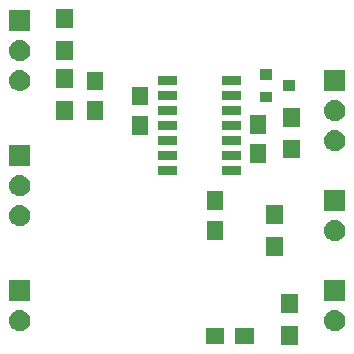
<source format=gbr>
G04 #@! TF.GenerationSoftware,KiCad,Pcbnew,(5.0.1-3-g963ef8bb5)*
G04 #@! TF.CreationDate,2019-01-23T22:51:25-05:00*
G04 #@! TF.ProjectId,WaterSpill,57617465725370696C6C2E6B69636164,rev?*
G04 #@! TF.SameCoordinates,Original*
G04 #@! TF.FileFunction,Soldermask,Bot*
G04 #@! TF.FilePolarity,Negative*
%FSLAX46Y46*%
G04 Gerber Fmt 4.6, Leading zero omitted, Abs format (unit mm)*
G04 Created by KiCad (PCBNEW (5.0.1-3-g963ef8bb5)) date Wednesday, January 23, 2019 at 10:51:25 pm*
%MOMM*%
%LPD*%
G01*
G04 APERTURE LIST*
%ADD10C,0.100000*%
G04 APERTURE END LIST*
D10*
G36*
X54041000Y-47791000D02*
X52639000Y-47791000D01*
X52639000Y-46189000D01*
X54041000Y-46189000D01*
X54041000Y-47791000D01*
X54041000Y-47791000D01*
G37*
G36*
X50311000Y-47666000D02*
X48709000Y-47666000D01*
X48709000Y-46314000D01*
X50311000Y-46314000D01*
X50311000Y-47666000D01*
X50311000Y-47666000D01*
G37*
G36*
X47811000Y-47666000D02*
X46209000Y-47666000D01*
X46209000Y-46314000D01*
X47811000Y-46314000D01*
X47811000Y-47666000D01*
X47811000Y-47666000D01*
G37*
G36*
X30590442Y-44825518D02*
X30656627Y-44832037D01*
X30769853Y-44866384D01*
X30826467Y-44883557D01*
X30965087Y-44957652D01*
X30982991Y-44967222D01*
X31018729Y-44996552D01*
X31120186Y-45079814D01*
X31203448Y-45181271D01*
X31232778Y-45217009D01*
X31232779Y-45217011D01*
X31316443Y-45373533D01*
X31316443Y-45373534D01*
X31367963Y-45543373D01*
X31385359Y-45720000D01*
X31367963Y-45896627D01*
X31333616Y-46009853D01*
X31316443Y-46066467D01*
X31250947Y-46189000D01*
X31232778Y-46222991D01*
X31203448Y-46258729D01*
X31120186Y-46360186D01*
X31018729Y-46443448D01*
X30982991Y-46472778D01*
X30982989Y-46472779D01*
X30826467Y-46556443D01*
X30769853Y-46573616D01*
X30656627Y-46607963D01*
X30590442Y-46614482D01*
X30524260Y-46621000D01*
X30435740Y-46621000D01*
X30369558Y-46614482D01*
X30303373Y-46607963D01*
X30190147Y-46573616D01*
X30133533Y-46556443D01*
X29977011Y-46472779D01*
X29977009Y-46472778D01*
X29941271Y-46443448D01*
X29839814Y-46360186D01*
X29756552Y-46258729D01*
X29727222Y-46222991D01*
X29709053Y-46189000D01*
X29643557Y-46066467D01*
X29626384Y-46009853D01*
X29592037Y-45896627D01*
X29574641Y-45720000D01*
X29592037Y-45543373D01*
X29643557Y-45373534D01*
X29643557Y-45373533D01*
X29727221Y-45217011D01*
X29727222Y-45217009D01*
X29756552Y-45181271D01*
X29839814Y-45079814D01*
X29941271Y-44996552D01*
X29977009Y-44967222D01*
X29994913Y-44957652D01*
X30133533Y-44883557D01*
X30190147Y-44866384D01*
X30303373Y-44832037D01*
X30369558Y-44825518D01*
X30435740Y-44819000D01*
X30524260Y-44819000D01*
X30590442Y-44825518D01*
X30590442Y-44825518D01*
G37*
G36*
X57260442Y-44825518D02*
X57326627Y-44832037D01*
X57439853Y-44866384D01*
X57496467Y-44883557D01*
X57635087Y-44957652D01*
X57652991Y-44967222D01*
X57688729Y-44996552D01*
X57790186Y-45079814D01*
X57873448Y-45181271D01*
X57902778Y-45217009D01*
X57902779Y-45217011D01*
X57986443Y-45373533D01*
X57986443Y-45373534D01*
X58037963Y-45543373D01*
X58055359Y-45720000D01*
X58037963Y-45896627D01*
X58003616Y-46009853D01*
X57986443Y-46066467D01*
X57920947Y-46189000D01*
X57902778Y-46222991D01*
X57873448Y-46258729D01*
X57790186Y-46360186D01*
X57688729Y-46443448D01*
X57652991Y-46472778D01*
X57652989Y-46472779D01*
X57496467Y-46556443D01*
X57439853Y-46573616D01*
X57326627Y-46607963D01*
X57260442Y-46614482D01*
X57194260Y-46621000D01*
X57105740Y-46621000D01*
X57039558Y-46614482D01*
X56973373Y-46607963D01*
X56860147Y-46573616D01*
X56803533Y-46556443D01*
X56647011Y-46472779D01*
X56647009Y-46472778D01*
X56611271Y-46443448D01*
X56509814Y-46360186D01*
X56426552Y-46258729D01*
X56397222Y-46222991D01*
X56379053Y-46189000D01*
X56313557Y-46066467D01*
X56296384Y-46009853D01*
X56262037Y-45896627D01*
X56244641Y-45720000D01*
X56262037Y-45543373D01*
X56313557Y-45373534D01*
X56313557Y-45373533D01*
X56397221Y-45217011D01*
X56397222Y-45217009D01*
X56426552Y-45181271D01*
X56509814Y-45079814D01*
X56611271Y-44996552D01*
X56647009Y-44967222D01*
X56664913Y-44957652D01*
X56803533Y-44883557D01*
X56860147Y-44866384D01*
X56973373Y-44832037D01*
X57039558Y-44825518D01*
X57105740Y-44819000D01*
X57194260Y-44819000D01*
X57260442Y-44825518D01*
X57260442Y-44825518D01*
G37*
G36*
X54041000Y-45091000D02*
X52639000Y-45091000D01*
X52639000Y-43489000D01*
X54041000Y-43489000D01*
X54041000Y-45091000D01*
X54041000Y-45091000D01*
G37*
G36*
X31381000Y-44081000D02*
X29579000Y-44081000D01*
X29579000Y-42279000D01*
X31381000Y-42279000D01*
X31381000Y-44081000D01*
X31381000Y-44081000D01*
G37*
G36*
X58051000Y-44081000D02*
X56249000Y-44081000D01*
X56249000Y-42279000D01*
X58051000Y-42279000D01*
X58051000Y-44081000D01*
X58051000Y-44081000D01*
G37*
G36*
X52771000Y-40251000D02*
X51369000Y-40251000D01*
X51369000Y-38649000D01*
X52771000Y-38649000D01*
X52771000Y-40251000D01*
X52771000Y-40251000D01*
G37*
G36*
X57260442Y-37205518D02*
X57326627Y-37212037D01*
X57439853Y-37246384D01*
X57496467Y-37263557D01*
X57525358Y-37279000D01*
X57652991Y-37347222D01*
X57688729Y-37376552D01*
X57790186Y-37459814D01*
X57865019Y-37551000D01*
X57902778Y-37597009D01*
X57902779Y-37597011D01*
X57986443Y-37753533D01*
X57986443Y-37753534D01*
X58037963Y-37923373D01*
X58055359Y-38100000D01*
X58037963Y-38276627D01*
X58003616Y-38389853D01*
X57986443Y-38446467D01*
X57912348Y-38585087D01*
X57902778Y-38602991D01*
X57873448Y-38638729D01*
X57790186Y-38740186D01*
X57688729Y-38823448D01*
X57652991Y-38852778D01*
X57652989Y-38852779D01*
X57496467Y-38936443D01*
X57439853Y-38953616D01*
X57326627Y-38987963D01*
X57260443Y-38994481D01*
X57194260Y-39001000D01*
X57105740Y-39001000D01*
X57039557Y-38994481D01*
X56973373Y-38987963D01*
X56860147Y-38953616D01*
X56803533Y-38936443D01*
X56647011Y-38852779D01*
X56647009Y-38852778D01*
X56611271Y-38823448D01*
X56509814Y-38740186D01*
X56426552Y-38638729D01*
X56397222Y-38602991D01*
X56387652Y-38585087D01*
X56313557Y-38446467D01*
X56296384Y-38389853D01*
X56262037Y-38276627D01*
X56244641Y-38100000D01*
X56262037Y-37923373D01*
X56313557Y-37753534D01*
X56313557Y-37753533D01*
X56397221Y-37597011D01*
X56397222Y-37597009D01*
X56434981Y-37551000D01*
X56509814Y-37459814D01*
X56611271Y-37376552D01*
X56647009Y-37347222D01*
X56774642Y-37279000D01*
X56803533Y-37263557D01*
X56860147Y-37246384D01*
X56973373Y-37212037D01*
X57039558Y-37205518D01*
X57105740Y-37199000D01*
X57194260Y-37199000D01*
X57260442Y-37205518D01*
X57260442Y-37205518D01*
G37*
G36*
X47666000Y-38881000D02*
X46314000Y-38881000D01*
X46314000Y-37279000D01*
X47666000Y-37279000D01*
X47666000Y-38881000D01*
X47666000Y-38881000D01*
G37*
G36*
X30590442Y-35935518D02*
X30656627Y-35942037D01*
X30769853Y-35976384D01*
X30826467Y-35993557D01*
X30965087Y-36067652D01*
X30982991Y-36077222D01*
X31018729Y-36106552D01*
X31120186Y-36189814D01*
X31203448Y-36291271D01*
X31232778Y-36327009D01*
X31232779Y-36327011D01*
X31316443Y-36483533D01*
X31316443Y-36483534D01*
X31367963Y-36653373D01*
X31385359Y-36830000D01*
X31367963Y-37006627D01*
X31333616Y-37119853D01*
X31316443Y-37176467D01*
X31297430Y-37212037D01*
X31232778Y-37332991D01*
X31203448Y-37368729D01*
X31120186Y-37470186D01*
X31021712Y-37551000D01*
X30982991Y-37582778D01*
X30982989Y-37582779D01*
X30826467Y-37666443D01*
X30769853Y-37683616D01*
X30656627Y-37717963D01*
X30590443Y-37724481D01*
X30524260Y-37731000D01*
X30435740Y-37731000D01*
X30369557Y-37724481D01*
X30303373Y-37717963D01*
X30190147Y-37683616D01*
X30133533Y-37666443D01*
X29977011Y-37582779D01*
X29977009Y-37582778D01*
X29938288Y-37551000D01*
X29839814Y-37470186D01*
X29756552Y-37368729D01*
X29727222Y-37332991D01*
X29662570Y-37212037D01*
X29643557Y-37176467D01*
X29626384Y-37119853D01*
X29592037Y-37006627D01*
X29574641Y-36830000D01*
X29592037Y-36653373D01*
X29643557Y-36483534D01*
X29643557Y-36483533D01*
X29727221Y-36327011D01*
X29727222Y-36327009D01*
X29756552Y-36291271D01*
X29839814Y-36189814D01*
X29941271Y-36106552D01*
X29977009Y-36077222D01*
X29994913Y-36067652D01*
X30133533Y-35993557D01*
X30190147Y-35976384D01*
X30303373Y-35942037D01*
X30369558Y-35935518D01*
X30435740Y-35929000D01*
X30524260Y-35929000D01*
X30590442Y-35935518D01*
X30590442Y-35935518D01*
G37*
G36*
X52771000Y-37551000D02*
X51369000Y-37551000D01*
X51369000Y-35949000D01*
X52771000Y-35949000D01*
X52771000Y-37551000D01*
X52771000Y-37551000D01*
G37*
G36*
X58051000Y-36461000D02*
X56249000Y-36461000D01*
X56249000Y-34659000D01*
X58051000Y-34659000D01*
X58051000Y-36461000D01*
X58051000Y-36461000D01*
G37*
G36*
X47666000Y-36381000D02*
X46314000Y-36381000D01*
X46314000Y-34779000D01*
X47666000Y-34779000D01*
X47666000Y-36381000D01*
X47666000Y-36381000D01*
G37*
G36*
X30590442Y-33395518D02*
X30656627Y-33402037D01*
X30769853Y-33436384D01*
X30826467Y-33453557D01*
X30965087Y-33527652D01*
X30982991Y-33537222D01*
X31018729Y-33566552D01*
X31120186Y-33649814D01*
X31203448Y-33751271D01*
X31232778Y-33787009D01*
X31232779Y-33787011D01*
X31316443Y-33943533D01*
X31316443Y-33943534D01*
X31367963Y-34113373D01*
X31385359Y-34290000D01*
X31367963Y-34466627D01*
X31333616Y-34579853D01*
X31316443Y-34636467D01*
X31242348Y-34775087D01*
X31232778Y-34792991D01*
X31203448Y-34828729D01*
X31120186Y-34930186D01*
X31018729Y-35013448D01*
X30982991Y-35042778D01*
X30982989Y-35042779D01*
X30826467Y-35126443D01*
X30769853Y-35143616D01*
X30656627Y-35177963D01*
X30590442Y-35184482D01*
X30524260Y-35191000D01*
X30435740Y-35191000D01*
X30369558Y-35184482D01*
X30303373Y-35177963D01*
X30190147Y-35143616D01*
X30133533Y-35126443D01*
X29977011Y-35042779D01*
X29977009Y-35042778D01*
X29941271Y-35013448D01*
X29839814Y-34930186D01*
X29756552Y-34828729D01*
X29727222Y-34792991D01*
X29717652Y-34775087D01*
X29643557Y-34636467D01*
X29626384Y-34579853D01*
X29592037Y-34466627D01*
X29574641Y-34290000D01*
X29592037Y-34113373D01*
X29643557Y-33943534D01*
X29643557Y-33943533D01*
X29727221Y-33787011D01*
X29727222Y-33787009D01*
X29756552Y-33751271D01*
X29839814Y-33649814D01*
X29941271Y-33566552D01*
X29977009Y-33537222D01*
X29994913Y-33527652D01*
X30133533Y-33453557D01*
X30190147Y-33436384D01*
X30303373Y-33402037D01*
X30369558Y-33395518D01*
X30435740Y-33389000D01*
X30524260Y-33389000D01*
X30590442Y-33395518D01*
X30590442Y-33395518D01*
G37*
G36*
X49221000Y-33371000D02*
X47619000Y-33371000D01*
X47619000Y-32669000D01*
X49221000Y-32669000D01*
X49221000Y-33371000D01*
X49221000Y-33371000D01*
G37*
G36*
X43821000Y-33371000D02*
X42219000Y-33371000D01*
X42219000Y-32669000D01*
X43821000Y-32669000D01*
X43821000Y-33371000D01*
X43821000Y-33371000D01*
G37*
G36*
X31381000Y-32651000D02*
X29579000Y-32651000D01*
X29579000Y-30849000D01*
X31381000Y-30849000D01*
X31381000Y-32651000D01*
X31381000Y-32651000D01*
G37*
G36*
X51349000Y-32404000D02*
X49997000Y-32404000D01*
X49997000Y-30802000D01*
X51349000Y-30802000D01*
X51349000Y-32404000D01*
X51349000Y-32404000D01*
G37*
G36*
X49221000Y-32101000D02*
X47619000Y-32101000D01*
X47619000Y-31399000D01*
X49221000Y-31399000D01*
X49221000Y-32101000D01*
X49221000Y-32101000D01*
G37*
G36*
X43821000Y-32101000D02*
X42219000Y-32101000D01*
X42219000Y-31399000D01*
X43821000Y-31399000D01*
X43821000Y-32101000D01*
X43821000Y-32101000D01*
G37*
G36*
X54168000Y-31996000D02*
X52766000Y-31996000D01*
X52766000Y-30394000D01*
X54168000Y-30394000D01*
X54168000Y-31996000D01*
X54168000Y-31996000D01*
G37*
G36*
X57260443Y-29585519D02*
X57326627Y-29592037D01*
X57439853Y-29626384D01*
X57496467Y-29643557D01*
X57635087Y-29717652D01*
X57652991Y-29727222D01*
X57688729Y-29756552D01*
X57790186Y-29839814D01*
X57842861Y-29904000D01*
X57902778Y-29977009D01*
X57902779Y-29977011D01*
X57986443Y-30133533D01*
X57986443Y-30133534D01*
X58037963Y-30303373D01*
X58055359Y-30480000D01*
X58037963Y-30656627D01*
X58003616Y-30769853D01*
X57986443Y-30826467D01*
X57912348Y-30965087D01*
X57902778Y-30982991D01*
X57873448Y-31018729D01*
X57790186Y-31120186D01*
X57688729Y-31203448D01*
X57652991Y-31232778D01*
X57652989Y-31232779D01*
X57496467Y-31316443D01*
X57439853Y-31333616D01*
X57326627Y-31367963D01*
X57260443Y-31374481D01*
X57194260Y-31381000D01*
X57105740Y-31381000D01*
X57039557Y-31374481D01*
X56973373Y-31367963D01*
X56860147Y-31333616D01*
X56803533Y-31316443D01*
X56647011Y-31232779D01*
X56647009Y-31232778D01*
X56611271Y-31203448D01*
X56509814Y-31120186D01*
X56426552Y-31018729D01*
X56397222Y-30982991D01*
X56387652Y-30965087D01*
X56313557Y-30826467D01*
X56296384Y-30769853D01*
X56262037Y-30656627D01*
X56244641Y-30480000D01*
X56262037Y-30303373D01*
X56313557Y-30133534D01*
X56313557Y-30133533D01*
X56397221Y-29977011D01*
X56397222Y-29977009D01*
X56457139Y-29904000D01*
X56509814Y-29839814D01*
X56611271Y-29756552D01*
X56647009Y-29727222D01*
X56664913Y-29717652D01*
X56803533Y-29643557D01*
X56860147Y-29626384D01*
X56973373Y-29592037D01*
X57039557Y-29585519D01*
X57105740Y-29579000D01*
X57194260Y-29579000D01*
X57260443Y-29585519D01*
X57260443Y-29585519D01*
G37*
G36*
X49221000Y-30831000D02*
X47619000Y-30831000D01*
X47619000Y-30129000D01*
X49221000Y-30129000D01*
X49221000Y-30831000D01*
X49221000Y-30831000D01*
G37*
G36*
X43821000Y-30831000D02*
X42219000Y-30831000D01*
X42219000Y-30129000D01*
X43821000Y-30129000D01*
X43821000Y-30831000D01*
X43821000Y-30831000D01*
G37*
G36*
X41316000Y-30011000D02*
X39964000Y-30011000D01*
X39964000Y-28409000D01*
X41316000Y-28409000D01*
X41316000Y-30011000D01*
X41316000Y-30011000D01*
G37*
G36*
X51349000Y-29904000D02*
X49997000Y-29904000D01*
X49997000Y-28302000D01*
X51349000Y-28302000D01*
X51349000Y-29904000D01*
X51349000Y-29904000D01*
G37*
G36*
X49221000Y-29561000D02*
X47619000Y-29561000D01*
X47619000Y-28859000D01*
X49221000Y-28859000D01*
X49221000Y-29561000D01*
X49221000Y-29561000D01*
G37*
G36*
X43821000Y-29561000D02*
X42219000Y-29561000D01*
X42219000Y-28859000D01*
X43821000Y-28859000D01*
X43821000Y-29561000D01*
X43821000Y-29561000D01*
G37*
G36*
X54168000Y-29296000D02*
X52766000Y-29296000D01*
X52766000Y-27694000D01*
X54168000Y-27694000D01*
X54168000Y-29296000D01*
X54168000Y-29296000D01*
G37*
G36*
X57260443Y-27045519D02*
X57326627Y-27052037D01*
X57439853Y-27086384D01*
X57496467Y-27103557D01*
X57562775Y-27139000D01*
X57652991Y-27187222D01*
X57688729Y-27216552D01*
X57790186Y-27299814D01*
X57873448Y-27401271D01*
X57902778Y-27437009D01*
X57902779Y-27437011D01*
X57986443Y-27593533D01*
X57986443Y-27593534D01*
X58037963Y-27763373D01*
X58055359Y-27940000D01*
X58037963Y-28116627D01*
X58003616Y-28229853D01*
X57986443Y-28286467D01*
X57984020Y-28291000D01*
X57902778Y-28442991D01*
X57873448Y-28478729D01*
X57790186Y-28580186D01*
X57688729Y-28663448D01*
X57652991Y-28692778D01*
X57652989Y-28692779D01*
X57496467Y-28776443D01*
X57439853Y-28793616D01*
X57326627Y-28827963D01*
X57260442Y-28834482D01*
X57194260Y-28841000D01*
X57105740Y-28841000D01*
X57039558Y-28834482D01*
X56973373Y-28827963D01*
X56860147Y-28793616D01*
X56803533Y-28776443D01*
X56647011Y-28692779D01*
X56647009Y-28692778D01*
X56611271Y-28663448D01*
X56509814Y-28580186D01*
X56426552Y-28478729D01*
X56397222Y-28442991D01*
X56315980Y-28291000D01*
X56313557Y-28286467D01*
X56296384Y-28229853D01*
X56262037Y-28116627D01*
X56244641Y-27940000D01*
X56262037Y-27763373D01*
X56313557Y-27593534D01*
X56313557Y-27593533D01*
X56397221Y-27437011D01*
X56397222Y-27437009D01*
X56426552Y-27401271D01*
X56509814Y-27299814D01*
X56611271Y-27216552D01*
X56647009Y-27187222D01*
X56737225Y-27139000D01*
X56803533Y-27103557D01*
X56860147Y-27086384D01*
X56973373Y-27052037D01*
X57039557Y-27045519D01*
X57105740Y-27039000D01*
X57194260Y-27039000D01*
X57260443Y-27045519D01*
X57260443Y-27045519D01*
G37*
G36*
X37506000Y-28741000D02*
X36154000Y-28741000D01*
X36154000Y-27139000D01*
X37506000Y-27139000D01*
X37506000Y-28741000D01*
X37506000Y-28741000D01*
G37*
G36*
X34991000Y-28741000D02*
X33589000Y-28741000D01*
X33589000Y-27139000D01*
X34991000Y-27139000D01*
X34991000Y-28741000D01*
X34991000Y-28741000D01*
G37*
G36*
X43821000Y-28291000D02*
X42219000Y-28291000D01*
X42219000Y-27589000D01*
X43821000Y-27589000D01*
X43821000Y-28291000D01*
X43821000Y-28291000D01*
G37*
G36*
X49221000Y-28291000D02*
X47619000Y-28291000D01*
X47619000Y-27589000D01*
X49221000Y-27589000D01*
X49221000Y-28291000D01*
X49221000Y-28291000D01*
G37*
G36*
X41316000Y-27511000D02*
X39964000Y-27511000D01*
X39964000Y-25909000D01*
X41316000Y-25909000D01*
X41316000Y-27511000D01*
X41316000Y-27511000D01*
G37*
G36*
X51809000Y-27248000D02*
X50807000Y-27248000D01*
X50807000Y-26346000D01*
X51809000Y-26346000D01*
X51809000Y-27248000D01*
X51809000Y-27248000D01*
G37*
G36*
X49221000Y-27021000D02*
X47619000Y-27021000D01*
X47619000Y-26319000D01*
X49221000Y-26319000D01*
X49221000Y-27021000D01*
X49221000Y-27021000D01*
G37*
G36*
X43821000Y-27021000D02*
X42219000Y-27021000D01*
X42219000Y-26319000D01*
X43821000Y-26319000D01*
X43821000Y-27021000D01*
X43821000Y-27021000D01*
G37*
G36*
X58051000Y-26301000D02*
X56249000Y-26301000D01*
X56249000Y-24499000D01*
X58051000Y-24499000D01*
X58051000Y-26301000D01*
X58051000Y-26301000D01*
G37*
G36*
X30590442Y-24505518D02*
X30656627Y-24512037D01*
X30769853Y-24546384D01*
X30826467Y-24563557D01*
X30965087Y-24637652D01*
X30982991Y-24647222D01*
X31018729Y-24676552D01*
X31120186Y-24759814D01*
X31203448Y-24861271D01*
X31232778Y-24897009D01*
X31232779Y-24897011D01*
X31316443Y-25053533D01*
X31316443Y-25053534D01*
X31367963Y-25223373D01*
X31385359Y-25400000D01*
X31367963Y-25576627D01*
X31333616Y-25689853D01*
X31316443Y-25746467D01*
X31314020Y-25751000D01*
X31232778Y-25902991D01*
X31203448Y-25938729D01*
X31120186Y-26040186D01*
X31018729Y-26123448D01*
X30982991Y-26152778D01*
X30982989Y-26152779D01*
X30826467Y-26236443D01*
X30811444Y-26241000D01*
X30656627Y-26287963D01*
X30590443Y-26294481D01*
X30524260Y-26301000D01*
X30435740Y-26301000D01*
X30369557Y-26294481D01*
X30303373Y-26287963D01*
X30148556Y-26241000D01*
X30133533Y-26236443D01*
X29977011Y-26152779D01*
X29977009Y-26152778D01*
X29941271Y-26123448D01*
X29839814Y-26040186D01*
X29756552Y-25938729D01*
X29727222Y-25902991D01*
X29645980Y-25751000D01*
X29643557Y-25746467D01*
X29626384Y-25689853D01*
X29592037Y-25576627D01*
X29574641Y-25400000D01*
X29592037Y-25223373D01*
X29643557Y-25053534D01*
X29643557Y-25053533D01*
X29727221Y-24897011D01*
X29727222Y-24897009D01*
X29756552Y-24861271D01*
X29839814Y-24759814D01*
X29941271Y-24676552D01*
X29977009Y-24647222D01*
X29994913Y-24637652D01*
X30133533Y-24563557D01*
X30190147Y-24546384D01*
X30303373Y-24512037D01*
X30369557Y-24505519D01*
X30435740Y-24499000D01*
X30524260Y-24499000D01*
X30590442Y-24505518D01*
X30590442Y-24505518D01*
G37*
G36*
X53809000Y-26298000D02*
X52807000Y-26298000D01*
X52807000Y-25396000D01*
X53809000Y-25396000D01*
X53809000Y-26298000D01*
X53809000Y-26298000D01*
G37*
G36*
X37506000Y-26241000D02*
X36154000Y-26241000D01*
X36154000Y-24639000D01*
X37506000Y-24639000D01*
X37506000Y-26241000D01*
X37506000Y-26241000D01*
G37*
G36*
X34991000Y-26041000D02*
X33589000Y-26041000D01*
X33589000Y-24439000D01*
X34991000Y-24439000D01*
X34991000Y-26041000D01*
X34991000Y-26041000D01*
G37*
G36*
X43821000Y-25751000D02*
X42219000Y-25751000D01*
X42219000Y-25049000D01*
X43821000Y-25049000D01*
X43821000Y-25751000D01*
X43821000Y-25751000D01*
G37*
G36*
X49221000Y-25751000D02*
X47619000Y-25751000D01*
X47619000Y-25049000D01*
X49221000Y-25049000D01*
X49221000Y-25751000D01*
X49221000Y-25751000D01*
G37*
G36*
X51809000Y-25348000D02*
X50807000Y-25348000D01*
X50807000Y-24446000D01*
X51809000Y-24446000D01*
X51809000Y-25348000D01*
X51809000Y-25348000D01*
G37*
G36*
X30590443Y-21965519D02*
X30656627Y-21972037D01*
X30769853Y-22006384D01*
X30826467Y-22023557D01*
X30892775Y-22059000D01*
X30982991Y-22107222D01*
X31018729Y-22136552D01*
X31120186Y-22219814D01*
X31203448Y-22321271D01*
X31232778Y-22357009D01*
X31232779Y-22357011D01*
X31316443Y-22513533D01*
X31316443Y-22513534D01*
X31367963Y-22683373D01*
X31385359Y-22860000D01*
X31367963Y-23036627D01*
X31333616Y-23149853D01*
X31316443Y-23206467D01*
X31242348Y-23345087D01*
X31232778Y-23362991D01*
X31203448Y-23398729D01*
X31120186Y-23500186D01*
X31018729Y-23583448D01*
X30982991Y-23612778D01*
X30982989Y-23612779D01*
X30826467Y-23696443D01*
X30769853Y-23713616D01*
X30656627Y-23747963D01*
X30590442Y-23754482D01*
X30524260Y-23761000D01*
X30435740Y-23761000D01*
X30369558Y-23754482D01*
X30303373Y-23747963D01*
X30190147Y-23713616D01*
X30133533Y-23696443D01*
X29977011Y-23612779D01*
X29977009Y-23612778D01*
X29941271Y-23583448D01*
X29839814Y-23500186D01*
X29756552Y-23398729D01*
X29727222Y-23362991D01*
X29717652Y-23345087D01*
X29643557Y-23206467D01*
X29626384Y-23149853D01*
X29592037Y-23036627D01*
X29574641Y-22860000D01*
X29592037Y-22683373D01*
X29643557Y-22513534D01*
X29643557Y-22513533D01*
X29727221Y-22357011D01*
X29727222Y-22357009D01*
X29756552Y-22321271D01*
X29839814Y-22219814D01*
X29941271Y-22136552D01*
X29977009Y-22107222D01*
X30067225Y-22059000D01*
X30133533Y-22023557D01*
X30190147Y-22006384D01*
X30303373Y-21972037D01*
X30369557Y-21965519D01*
X30435740Y-21959000D01*
X30524260Y-21959000D01*
X30590443Y-21965519D01*
X30590443Y-21965519D01*
G37*
G36*
X34991000Y-23661000D02*
X33589000Y-23661000D01*
X33589000Y-22059000D01*
X34991000Y-22059000D01*
X34991000Y-23661000D01*
X34991000Y-23661000D01*
G37*
G36*
X31381000Y-21221000D02*
X29579000Y-21221000D01*
X29579000Y-19419000D01*
X31381000Y-19419000D01*
X31381000Y-21221000D01*
X31381000Y-21221000D01*
G37*
G36*
X34991000Y-20961000D02*
X33589000Y-20961000D01*
X33589000Y-19359000D01*
X34991000Y-19359000D01*
X34991000Y-20961000D01*
X34991000Y-20961000D01*
G37*
M02*

</source>
